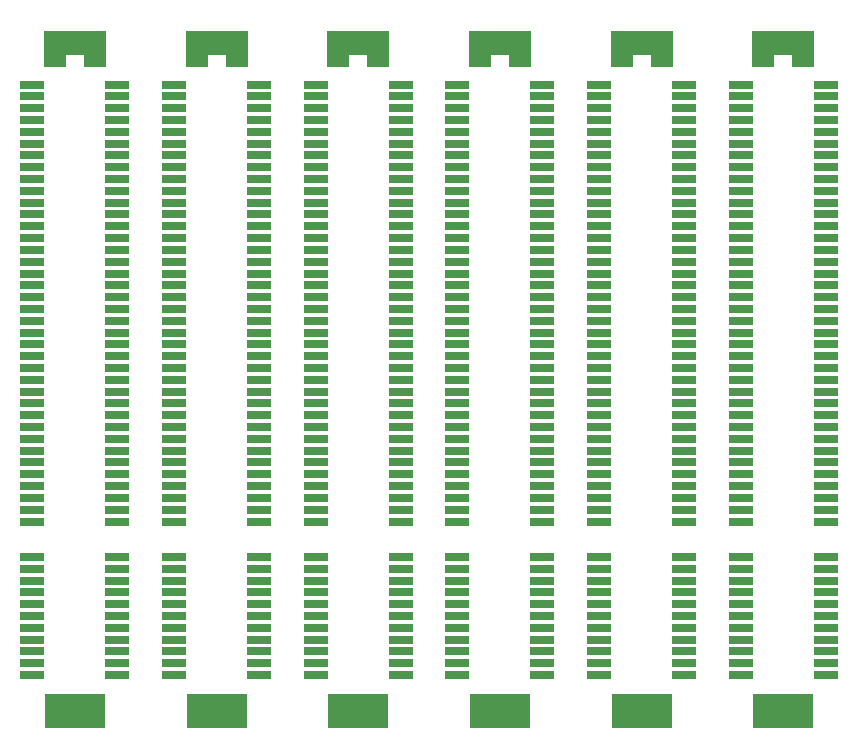
<source format=gbr>
%TF.GenerationSoftware,KiCad,Pcbnew,9.0.2+dfsg-1*%
%TF.CreationDate,2025-07-10T18:44:12+08:00*%
%TF.ProjectId,bp,62702e6b-6963-4616-945f-706362585858,rev?*%
%TF.SameCoordinates,Original*%
%TF.FileFunction,Paste,Top*%
%TF.FilePolarity,Positive*%
%FSLAX46Y46*%
G04 Gerber Fmt 4.6, Leading zero omitted, Abs format (unit mm)*
G04 Created by KiCad (PCBNEW 9.0.2+dfsg-1) date 2025-07-10 18:44:12*
%MOMM*%
%LPD*%
G01*
G04 APERTURE LIST*
G04 Aperture macros list*
%AMFreePoly0*
4,1,21,1.535355,2.635355,1.550000,2.600000,1.550000,-2.600000,1.535355,-2.635355,1.500000,-2.650000,-1.500000,-2.650000,-1.535355,-2.635355,-1.550000,-2.600000,-1.550000,-0.800000,-1.535355,-0.764645,-1.500000,-0.750000,-0.550000,-0.750000,-0.550000,0.750000,-1.500000,0.750000,-1.535355,0.764645,-1.550000,0.800000,-1.550000,2.600000,-1.535355,2.635355,-1.500000,2.650000,1.500000,2.650000,
1.535355,2.635355,1.535355,2.635355,$1*%
G04 Aperture macros list end*
%ADD10R,5.200000X3.000000*%
%ADD11FreePoly0,90.000000*%
%ADD12R,2.000000X0.700000*%
G04 APERTURE END LIST*
D10*
%TO.C,U6*%
X169500000Y-101500000D03*
D11*
X169500000Y-45500000D03*
D12*
X165900000Y-98500000D03*
X165900000Y-97500000D03*
X165900000Y-96500000D03*
X165900000Y-95500000D03*
X165900000Y-94500000D03*
X165900000Y-93500000D03*
X165900000Y-92500000D03*
X165900000Y-91500000D03*
X165900000Y-90500000D03*
X165900000Y-89500000D03*
X165900000Y-88500000D03*
X165900000Y-85500000D03*
X165900000Y-84500000D03*
X165900000Y-83500000D03*
X165900000Y-82500000D03*
X165900000Y-81500000D03*
X165900000Y-80500000D03*
X165900000Y-79500000D03*
X165900000Y-78500000D03*
X165900000Y-77500000D03*
X165900000Y-76500000D03*
X165900000Y-75500000D03*
X165900000Y-74500000D03*
X165900000Y-73500000D03*
X165900000Y-72500000D03*
X165900000Y-71500000D03*
X165900000Y-70500000D03*
X165900000Y-69500000D03*
X165900000Y-68500000D03*
X165900000Y-67500000D03*
X165900000Y-66500000D03*
X165900000Y-65500000D03*
X165900000Y-64500000D03*
X165900000Y-63500000D03*
X165900000Y-62500000D03*
X165900000Y-61500000D03*
X165900000Y-60500000D03*
X165900000Y-59500000D03*
X165900000Y-58500000D03*
X165900000Y-57500000D03*
X165900000Y-56500000D03*
X165900000Y-55500000D03*
X165900000Y-54500000D03*
X165900000Y-53500000D03*
X165900000Y-52500000D03*
X165900000Y-51500000D03*
X165900000Y-50500000D03*
X165900000Y-49500000D03*
X165900000Y-48500000D03*
X173100000Y-98500000D03*
X173100000Y-97500000D03*
X173100000Y-96500000D03*
X173100000Y-95500000D03*
X173100000Y-94500000D03*
X173100000Y-93500000D03*
X173100000Y-92500000D03*
X173100000Y-91500000D03*
X173100000Y-90500000D03*
X173100000Y-89500000D03*
X173100000Y-88500000D03*
X173100000Y-85500000D03*
X173100000Y-84500000D03*
X173100000Y-83500000D03*
X173100000Y-82500000D03*
X173100000Y-81500000D03*
X173100000Y-80500000D03*
X173100000Y-79500000D03*
X173100000Y-78500000D03*
X173100000Y-77500000D03*
X173100000Y-76500000D03*
X173100000Y-75500000D03*
X173100000Y-74500000D03*
X173100000Y-73500000D03*
X173100000Y-72500000D03*
X173100000Y-71500000D03*
X173100000Y-70500000D03*
X173100000Y-69500000D03*
X173100000Y-68500000D03*
X173100000Y-67500000D03*
X173100000Y-66500000D03*
X173100000Y-65500000D03*
X173100000Y-64500000D03*
X173100000Y-63500000D03*
X173100000Y-62500000D03*
X173100000Y-61500000D03*
X173100000Y-60500000D03*
X173100000Y-59500000D03*
X173100000Y-58500000D03*
X173100000Y-57500000D03*
X173100000Y-56500000D03*
X173100000Y-55500000D03*
X173100000Y-54500000D03*
X173100000Y-53500000D03*
X173100000Y-52500000D03*
X173100000Y-51500000D03*
X173100000Y-50500000D03*
X173100000Y-49500000D03*
X173100000Y-48500000D03*
%TD*%
D10*
%TO.C,U3*%
X133500000Y-101500000D03*
D11*
X133500000Y-45500000D03*
D12*
X129900000Y-98500000D03*
X129900000Y-97500000D03*
X129900000Y-96500000D03*
X129900000Y-95500000D03*
X129900000Y-94500000D03*
X129900000Y-93500000D03*
X129900000Y-92500000D03*
X129900000Y-91500000D03*
X129900000Y-90500000D03*
X129900000Y-89500000D03*
X129900000Y-88500000D03*
X129900000Y-85500000D03*
X129900000Y-84500000D03*
X129900000Y-83500000D03*
X129900000Y-82500000D03*
X129900000Y-81500000D03*
X129900000Y-80500000D03*
X129900000Y-79500000D03*
X129900000Y-78500000D03*
X129900000Y-77500000D03*
X129900000Y-76500000D03*
X129900000Y-75500000D03*
X129900000Y-74500000D03*
X129900000Y-73500000D03*
X129900000Y-72500000D03*
X129900000Y-71500000D03*
X129900000Y-70500000D03*
X129900000Y-69500000D03*
X129900000Y-68500000D03*
X129900000Y-67500000D03*
X129900000Y-66500000D03*
X129900000Y-65500000D03*
X129900000Y-64500000D03*
X129900000Y-63500000D03*
X129900000Y-62500000D03*
X129900000Y-61500000D03*
X129900000Y-60500000D03*
X129900000Y-59500000D03*
X129900000Y-58500000D03*
X129900000Y-57500000D03*
X129900000Y-56500000D03*
X129900000Y-55500000D03*
X129900000Y-54500000D03*
X129900000Y-53500000D03*
X129900000Y-52500000D03*
X129900000Y-51500000D03*
X129900000Y-50500000D03*
X129900000Y-49500000D03*
X129900000Y-48500000D03*
X137100000Y-98500000D03*
X137100000Y-97500000D03*
X137100000Y-96500000D03*
X137100000Y-95500000D03*
X137100000Y-94500000D03*
X137100000Y-93500000D03*
X137100000Y-92500000D03*
X137100000Y-91500000D03*
X137100000Y-90500000D03*
X137100000Y-89500000D03*
X137100000Y-88500000D03*
X137100000Y-85500000D03*
X137100000Y-84500000D03*
X137100000Y-83500000D03*
X137100000Y-82500000D03*
X137100000Y-81500000D03*
X137100000Y-80500000D03*
X137100000Y-79500000D03*
X137100000Y-78500000D03*
X137100000Y-77500000D03*
X137100000Y-76500000D03*
X137100000Y-75500000D03*
X137100000Y-74500000D03*
X137100000Y-73500000D03*
X137100000Y-72500000D03*
X137100000Y-71500000D03*
X137100000Y-70500000D03*
X137100000Y-69500000D03*
X137100000Y-68500000D03*
X137100000Y-67500000D03*
X137100000Y-66500000D03*
X137100000Y-65500000D03*
X137100000Y-64500000D03*
X137100000Y-63500000D03*
X137100000Y-62500000D03*
X137100000Y-61500000D03*
X137100000Y-60500000D03*
X137100000Y-59500000D03*
X137100000Y-58500000D03*
X137100000Y-57500000D03*
X137100000Y-56500000D03*
X137100000Y-55500000D03*
X137100000Y-54500000D03*
X137100000Y-53500000D03*
X137100000Y-52500000D03*
X137100000Y-51500000D03*
X137100000Y-50500000D03*
X137100000Y-49500000D03*
X137100000Y-48500000D03*
%TD*%
D10*
%TO.C,U5*%
X157500000Y-101500000D03*
D11*
X157500000Y-45500000D03*
D12*
X153900000Y-98500000D03*
X153900000Y-97500000D03*
X153900000Y-96500000D03*
X153900000Y-95500000D03*
X153900000Y-94500000D03*
X153900000Y-93500000D03*
X153900000Y-92500000D03*
X153900000Y-91500000D03*
X153900000Y-90500000D03*
X153900000Y-89500000D03*
X153900000Y-88500000D03*
X153900000Y-85500000D03*
X153900000Y-84500000D03*
X153900000Y-83500000D03*
X153900000Y-82500000D03*
X153900000Y-81500000D03*
X153900000Y-80500000D03*
X153900000Y-79500000D03*
X153900000Y-78500000D03*
X153900000Y-77500000D03*
X153900000Y-76500000D03*
X153900000Y-75500000D03*
X153900000Y-74500000D03*
X153900000Y-73500000D03*
X153900000Y-72500000D03*
X153900000Y-71500000D03*
X153900000Y-70500000D03*
X153900000Y-69500000D03*
X153900000Y-68500000D03*
X153900000Y-67500000D03*
X153900000Y-66500000D03*
X153900000Y-65500000D03*
X153900000Y-64500000D03*
X153900000Y-63500000D03*
X153900000Y-62500000D03*
X153900000Y-61500000D03*
X153900000Y-60500000D03*
X153900000Y-59500000D03*
X153900000Y-58500000D03*
X153900000Y-57500000D03*
X153900000Y-56500000D03*
X153900000Y-55500000D03*
X153900000Y-54500000D03*
X153900000Y-53500000D03*
X153900000Y-52500000D03*
X153900000Y-51500000D03*
X153900000Y-50500000D03*
X153900000Y-49500000D03*
X153900000Y-48500000D03*
X161100000Y-98500000D03*
X161100000Y-97500000D03*
X161100000Y-96500000D03*
X161100000Y-95500000D03*
X161100000Y-94500000D03*
X161100000Y-93500000D03*
X161100000Y-92500000D03*
X161100000Y-91500000D03*
X161100000Y-90500000D03*
X161100000Y-89500000D03*
X161100000Y-88500000D03*
X161100000Y-85500000D03*
X161100000Y-84500000D03*
X161100000Y-83500000D03*
X161100000Y-82500000D03*
X161100000Y-81500000D03*
X161100000Y-80500000D03*
X161100000Y-79500000D03*
X161100000Y-78500000D03*
X161100000Y-77500000D03*
X161100000Y-76500000D03*
X161100000Y-75500000D03*
X161100000Y-74500000D03*
X161100000Y-73500000D03*
X161100000Y-72500000D03*
X161100000Y-71500000D03*
X161100000Y-70500000D03*
X161100000Y-69500000D03*
X161100000Y-68500000D03*
X161100000Y-67500000D03*
X161100000Y-66500000D03*
X161100000Y-65500000D03*
X161100000Y-64500000D03*
X161100000Y-63500000D03*
X161100000Y-62500000D03*
X161100000Y-61500000D03*
X161100000Y-60500000D03*
X161100000Y-59500000D03*
X161100000Y-58500000D03*
X161100000Y-57500000D03*
X161100000Y-56500000D03*
X161100000Y-55500000D03*
X161100000Y-54500000D03*
X161100000Y-53500000D03*
X161100000Y-52500000D03*
X161100000Y-51500000D03*
X161100000Y-50500000D03*
X161100000Y-49500000D03*
X161100000Y-48500000D03*
%TD*%
D10*
%TO.C,U1*%
X109500000Y-101500000D03*
D11*
X109500000Y-45500000D03*
D12*
X105900000Y-98500000D03*
X105900000Y-97500000D03*
X105900000Y-96500000D03*
X105900000Y-95500000D03*
X105900000Y-94500000D03*
X105900000Y-93500000D03*
X105900000Y-92500000D03*
X105900000Y-91500000D03*
X105900000Y-90500000D03*
X105900000Y-89500000D03*
X105900000Y-88500000D03*
X105900000Y-85500000D03*
X105900000Y-84500000D03*
X105900000Y-83500000D03*
X105900000Y-82500000D03*
X105900000Y-81500000D03*
X105900000Y-80500000D03*
X105900000Y-79500000D03*
X105900000Y-78500000D03*
X105900000Y-77500000D03*
X105900000Y-76500000D03*
X105900000Y-75500000D03*
X105900000Y-74500000D03*
X105900000Y-73500000D03*
X105900000Y-72500000D03*
X105900000Y-71500000D03*
X105900000Y-70500000D03*
X105900000Y-69500000D03*
X105900000Y-68500000D03*
X105900000Y-67500000D03*
X105900000Y-66500000D03*
X105900000Y-65500000D03*
X105900000Y-64500000D03*
X105900000Y-63500000D03*
X105900000Y-62500000D03*
X105900000Y-61500000D03*
X105900000Y-60500000D03*
X105900000Y-59500000D03*
X105900000Y-58500000D03*
X105900000Y-57500000D03*
X105900000Y-56500000D03*
X105900000Y-55500000D03*
X105900000Y-54500000D03*
X105900000Y-53500000D03*
X105900000Y-52500000D03*
X105900000Y-51500000D03*
X105900000Y-50500000D03*
X105900000Y-49500000D03*
X105900000Y-48500000D03*
X113100000Y-98500000D03*
X113100000Y-97500000D03*
X113100000Y-96500000D03*
X113100000Y-95500000D03*
X113100000Y-94500000D03*
X113100000Y-93500000D03*
X113100000Y-92500000D03*
X113100000Y-91500000D03*
X113100000Y-90500000D03*
X113100000Y-89500000D03*
X113100000Y-88500000D03*
X113100000Y-85500000D03*
X113100000Y-84500000D03*
X113100000Y-83500000D03*
X113100000Y-82500000D03*
X113100000Y-81500000D03*
X113100000Y-80500000D03*
X113100000Y-79500000D03*
X113100000Y-78500000D03*
X113100000Y-77500000D03*
X113100000Y-76500000D03*
X113100000Y-75500000D03*
X113100000Y-74500000D03*
X113100000Y-73500000D03*
X113100000Y-72500000D03*
X113100000Y-71500000D03*
X113100000Y-70500000D03*
X113100000Y-69500000D03*
X113100000Y-68500000D03*
X113100000Y-67500000D03*
X113100000Y-66500000D03*
X113100000Y-65500000D03*
X113100000Y-64500000D03*
X113100000Y-63500000D03*
X113100000Y-62500000D03*
X113100000Y-61500000D03*
X113100000Y-60500000D03*
X113100000Y-59500000D03*
X113100000Y-58500000D03*
X113100000Y-57500000D03*
X113100000Y-56500000D03*
X113100000Y-55500000D03*
X113100000Y-54500000D03*
X113100000Y-53500000D03*
X113100000Y-52500000D03*
X113100000Y-51500000D03*
X113100000Y-50500000D03*
X113100000Y-49500000D03*
X113100000Y-48500000D03*
%TD*%
D10*
%TO.C,U2*%
X121500000Y-101500000D03*
D11*
X121500000Y-45500000D03*
D12*
X117900000Y-98500000D03*
X117900000Y-97500000D03*
X117900000Y-96500000D03*
X117900000Y-95500000D03*
X117900000Y-94500000D03*
X117900000Y-93500000D03*
X117900000Y-92500000D03*
X117900000Y-91500000D03*
X117900000Y-90500000D03*
X117900000Y-89500000D03*
X117900000Y-88500000D03*
X117900000Y-85500000D03*
X117900000Y-84500000D03*
X117900000Y-83500000D03*
X117900000Y-82500000D03*
X117900000Y-81500000D03*
X117900000Y-80500000D03*
X117900000Y-79500000D03*
X117900000Y-78500000D03*
X117900000Y-77500000D03*
X117900000Y-76500000D03*
X117900000Y-75500000D03*
X117900000Y-74500000D03*
X117900000Y-73500000D03*
X117900000Y-72500000D03*
X117900000Y-71500000D03*
X117900000Y-70500000D03*
X117900000Y-69500000D03*
X117900000Y-68500000D03*
X117900000Y-67500000D03*
X117900000Y-66500000D03*
X117900000Y-65500000D03*
X117900000Y-64500000D03*
X117900000Y-63500000D03*
X117900000Y-62500000D03*
X117900000Y-61500000D03*
X117900000Y-60500000D03*
X117900000Y-59500000D03*
X117900000Y-58500000D03*
X117900000Y-57500000D03*
X117900000Y-56500000D03*
X117900000Y-55500000D03*
X117900000Y-54500000D03*
X117900000Y-53500000D03*
X117900000Y-52500000D03*
X117900000Y-51500000D03*
X117900000Y-50500000D03*
X117900000Y-49500000D03*
X117900000Y-48500000D03*
X125100000Y-98500000D03*
X125100000Y-97500000D03*
X125100000Y-96500000D03*
X125100000Y-95500000D03*
X125100000Y-94500000D03*
X125100000Y-93500000D03*
X125100000Y-92500000D03*
X125100000Y-91500000D03*
X125100000Y-90500000D03*
X125100000Y-89500000D03*
X125100000Y-88500000D03*
X125100000Y-85500000D03*
X125100000Y-84500000D03*
X125100000Y-83500000D03*
X125100000Y-82500000D03*
X125100000Y-81500000D03*
X125100000Y-80500000D03*
X125100000Y-79500000D03*
X125100000Y-78500000D03*
X125100000Y-77500000D03*
X125100000Y-76500000D03*
X125100000Y-75500000D03*
X125100000Y-74500000D03*
X125100000Y-73500000D03*
X125100000Y-72500000D03*
X125100000Y-71500000D03*
X125100000Y-70500000D03*
X125100000Y-69500000D03*
X125100000Y-68500000D03*
X125100000Y-67500000D03*
X125100000Y-66500000D03*
X125100000Y-65500000D03*
X125100000Y-64500000D03*
X125100000Y-63500000D03*
X125100000Y-62500000D03*
X125100000Y-61500000D03*
X125100000Y-60500000D03*
X125100000Y-59500000D03*
X125100000Y-58500000D03*
X125100000Y-57500000D03*
X125100000Y-56500000D03*
X125100000Y-55500000D03*
X125100000Y-54500000D03*
X125100000Y-53500000D03*
X125100000Y-52500000D03*
X125100000Y-51500000D03*
X125100000Y-50500000D03*
X125100000Y-49500000D03*
X125100000Y-48500000D03*
%TD*%
D10*
%TO.C,U4*%
X145500000Y-101500000D03*
D11*
X145500000Y-45500000D03*
D12*
X141900000Y-98500000D03*
X141900000Y-97500000D03*
X141900000Y-96500000D03*
X141900000Y-95500000D03*
X141900000Y-94500000D03*
X141900000Y-93500000D03*
X141900000Y-92500000D03*
X141900000Y-91500000D03*
X141900000Y-90500000D03*
X141900000Y-89500000D03*
X141900000Y-88500000D03*
X141900000Y-85500000D03*
X141900000Y-84500000D03*
X141900000Y-83500000D03*
X141900000Y-82500000D03*
X141900000Y-81500000D03*
X141900000Y-80500000D03*
X141900000Y-79500000D03*
X141900000Y-78500000D03*
X141900000Y-77500000D03*
X141900000Y-76500000D03*
X141900000Y-75500000D03*
X141900000Y-74500000D03*
X141900000Y-73500000D03*
X141900000Y-72500000D03*
X141900000Y-71500000D03*
X141900000Y-70500000D03*
X141900000Y-69500000D03*
X141900000Y-68500000D03*
X141900000Y-67500000D03*
X141900000Y-66500000D03*
X141900000Y-65500000D03*
X141900000Y-64500000D03*
X141900000Y-63500000D03*
X141900000Y-62500000D03*
X141900000Y-61500000D03*
X141900000Y-60500000D03*
X141900000Y-59500000D03*
X141900000Y-58500000D03*
X141900000Y-57500000D03*
X141900000Y-56500000D03*
X141900000Y-55500000D03*
X141900000Y-54500000D03*
X141900000Y-53500000D03*
X141900000Y-52500000D03*
X141900000Y-51500000D03*
X141900000Y-50500000D03*
X141900000Y-49500000D03*
X141900000Y-48500000D03*
X149100000Y-98500000D03*
X149100000Y-97500000D03*
X149100000Y-96500000D03*
X149100000Y-95500000D03*
X149100000Y-94500000D03*
X149100000Y-93500000D03*
X149100000Y-92500000D03*
X149100000Y-91500000D03*
X149100000Y-90500000D03*
X149100000Y-89500000D03*
X149100000Y-88500000D03*
X149100000Y-85500000D03*
X149100000Y-84500000D03*
X149100000Y-83500000D03*
X149100000Y-82500000D03*
X149100000Y-81500000D03*
X149100000Y-80500000D03*
X149100000Y-79500000D03*
X149100000Y-78500000D03*
X149100000Y-77500000D03*
X149100000Y-76500000D03*
X149100000Y-75500000D03*
X149100000Y-74500000D03*
X149100000Y-73500000D03*
X149100000Y-72500000D03*
X149100000Y-71500000D03*
X149100000Y-70500000D03*
X149100000Y-69500000D03*
X149100000Y-68500000D03*
X149100000Y-67500000D03*
X149100000Y-66500000D03*
X149100000Y-65500000D03*
X149100000Y-64500000D03*
X149100000Y-63500000D03*
X149100000Y-62500000D03*
X149100000Y-61500000D03*
X149100000Y-60500000D03*
X149100000Y-59500000D03*
X149100000Y-58500000D03*
X149100000Y-57500000D03*
X149100000Y-56500000D03*
X149100000Y-55500000D03*
X149100000Y-54500000D03*
X149100000Y-53500000D03*
X149100000Y-52500000D03*
X149100000Y-51500000D03*
X149100000Y-50500000D03*
X149100000Y-49500000D03*
X149100000Y-48500000D03*
%TD*%
M02*

</source>
